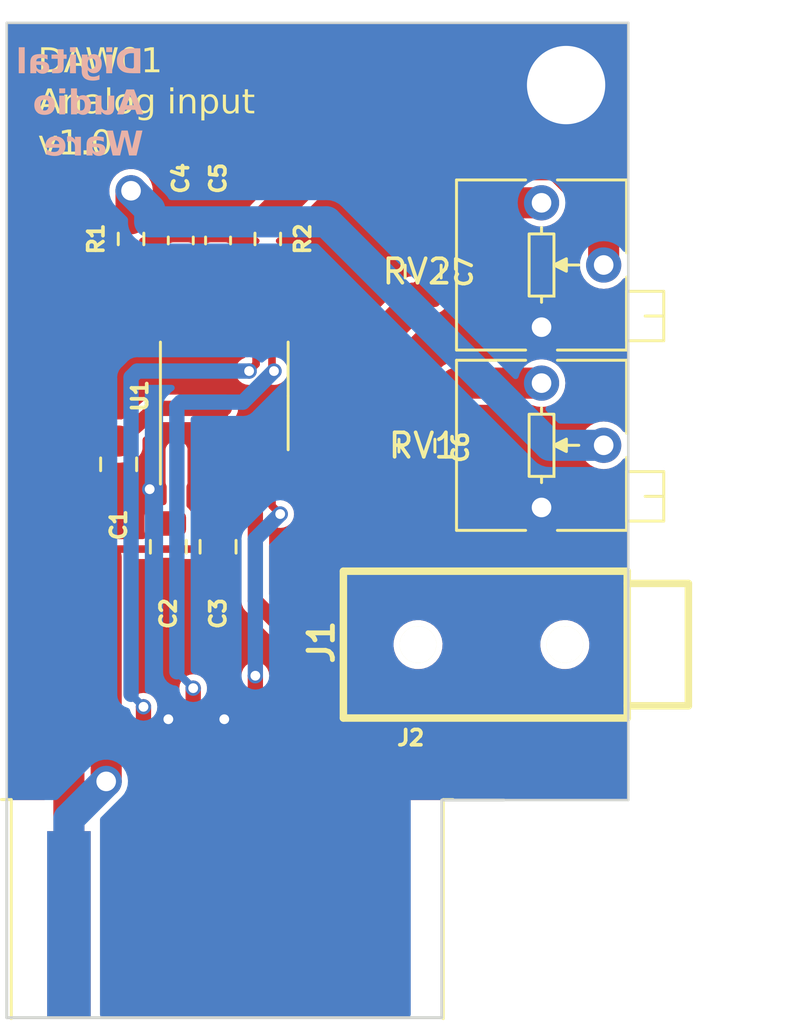
<source format=kicad_pcb>
(kicad_pcb (version 20221018) (generator pcbnew)
  (layers (0 "F.Cu" signal) (31 "B.Cu" signal) (34 "B.Paste" user) (35 "F.Paste" user) (36 "B.SilkS" user "B.Silkscreen") (37 "F.SilkS" user "F.Silkscreen") (38 "B.Mask" user) (39 "F.Mask" user) (44 "Edge.Cuts" user))
  (net 0 "")
  (net 1 "+3V3")
  (net 2 "GND")
  (net 3 "Net-(U1-VREF)")
  (net 4 "+5V")
  (net 5 "Net-(U1-VinR)")
  (net 6 "Net-(U1-VinL)")
  (net 7 "Net-(J1-Pin_3)")
  (net 8 "Net-(C6-Pad2)")
  (net 9 "Net-(C7-Pad1)")
  (net 10 "Net-(J1-Pin_2)")
  (net 11 "MCLK")
  (net 12 "Net-(R1-Pad2)")
  (net 13 "Net-(R2-Pad1)")
  (net 14 "LRCKIN0")
  (net 15 "BCLKIN0")
  (net 16 "SDATAIN0")
  (footprint "Capacitor_SMD:C_0805_2012Metric" (layer "F.Cu") (at 136.652 39.624 -90)
    (property "Value" "2.2uF")
    (fp_text reference "C1" (at 2.474 0 90) (layer "F.SilkS") (effects (font (size 0.625 0.625))))
    (fp_text value "CAP_2.2uF_25V_X7R_0805" hide)
    (fp_line (start -0.261252 -0.735) (end 0.261252 -0.735) (stroke (width 0.12)) (layer "F.SilkS"))
    (fp_line (start -0.261252 0.735) (end 0.261252 0.735) (stroke (width 0.12)) (layer "F.SilkS"))
    (pad "1" smd roundrect (at -0.95 0 270) (size 1 1.45) (layers "F.Cu" "F.Paste" "F.Mask") (net 1 "+3V3"))
    (pad "2" smd roundrect (at 0.95 0 270) (size 1 1.45) (layers "F.Cu" "F.Paste" "F.Mask") (net 2 "GND"))
  )
  (footprint "Capacitor_SMD:C_0805_2012Metric" (layer "F.Cu") (at 149.098 31.75 -90)
    (property "Value" "2.2uF")
    (fp_text reference "C7" (at 0 -1.68 90) (layer "F.SilkS") (effects (font (size 0.625 0.625))))
    (fp_text value "CAP_2.2uF_25V_X7R_0805" hide)
    (fp_line (start -0.261252 -0.735) (end 0.261252 -0.735) (stroke (width 0.12)) (layer "F.SilkS"))
    (fp_line (start -0.261252 0.735) (end 0.261252 0.735) (stroke (width 0.12)) (layer "F.SilkS"))
    (pad "1" smd roundrect (at -0.95 0 270) (size 1 1.45) (layers "F.Cu" "F.Paste" "F.Mask") (net 9 "Net-(C7-Pad1)"))
    (pad "2" smd roundrect (at 0.95 0 270) (size 1 1.45) (layers "F.Cu" "F.Paste" "F.Mask") (net 10 "Net-(J1-Pin_2)"))
  )
  (footprint "Resistor_SMD:R_0603_1608Metric" (layer "F.Cu") (at 142.748 30.417 -90)
    (property "Value" "470")
    (fp_text reference "R2" (at 0 -1.43 90) (layer "F.SilkS") (effects (font (size 0.625 0.625))))
    (fp_text value "RES_0K47_1%_0.125W_Thick_0603" hide)
    (fp_line (start -0.237258 -0.5225) (end 0.237258 -0.5225) (stroke (width 0.12)) (layer "F.SilkS"))
    (fp_line (start -0.237258 0.5225) (end 0.237258 0.5225) (stroke (width 0.12)) (layer "F.SilkS"))
    (pad "1" smd roundrect (at -0.825 0 270) (size 0.8 0.95) (layers "F.Cu" "F.Paste" "F.Mask") (net 13 "Net-(R2-Pad1)"))
    (pad "2" smd roundrect (at 0.825 0 270) (size 0.8 0.95) (layers "F.Cu" "F.Paste" "F.Mask") (net 6 "Net-(U1-VinL)"))
  )
  (footprint "Resistor_SMD:R_0603_1608Metric" (layer "F.Cu") (at 137.16 30.417 90)
    (property "Value" "470")
    (fp_text reference "R1" (at 0 -1.43 90) (layer "F.SilkS") (effects (font (size 0.625 0.625))))
    (fp_text value "RES_0K47_1%_0.125W_Thick_0603" hide)
    (fp_line (start -0.237258 -0.5225) (end 0.237258 -0.5225) (stroke (width 0.12)) (layer "F.SilkS"))
    (fp_line (start -0.237258 0.5225) (end 0.237258 0.5225) (stroke (width 0.12)) (layer "F.SilkS"))
    (pad "1" smd roundrect (at -0.825 0 90) (size 0.8 0.95) (layers "F.Cu" "F.Paste" "F.Mask") (net 5 "Net-(U1-VinR)"))
    (pad "2" smd roundrect (at 0.825 0 90) (size 0.8 0.95) (layers "F.Cu" "F.Paste" "F.Mask") (net 12 "Net-(R1-Pad2)"))
  )
  (footprint "Capacitor_SMD:C_0603_1608Metric" (layer "F.Cu") (at 140.716 30.48 -90)
    (property "Value" "2n2")
    (fp_text reference "C5" (at -2.54 0 90) (layer "F.SilkS") (effects (font (size 0.625 0.625))))
    (fp_text value "CAP_2n2_25V_X7R_0603" hide)
    (fp_line (start -0.14058 -0.51) (end 0.14058 -0.51) (stroke (width 0.12)) (layer "F.SilkS"))
    (fp_line (start -0.14058 0.51) (end 0.14058 0.51) (stroke (width 0.12)) (layer "F.SilkS"))
    (pad "1" smd roundrect (at -0.775 0 270) (size 0.9 0.95) (layers "F.Cu" "F.Paste" "F.Mask") (net 2 "GND"))
    (pad "2" smd roundrect (at 0.775 0 270) (size 0.9 0.95) (layers "F.Cu" "F.Paste" "F.Mask") (net 6 "Net-(U1-VinL)"))
  )
  (footprint "Capacitor_SMD:C_0603_1608Metric" (layer "F.Cu") (at 139.192 30.48 -90)
    (property "Value" "2n2")
    (fp_text reference "C4" (at -2.54 0 90) (layer "F.SilkS") (effects (font (size 0.625 0.625))))
    (fp_text value "CAP_2n2_25V_X7R_0603" hide)
    (fp_line (start -0.14058 -0.51) (end 0.14058 -0.51) (stroke (width 0.12)) (layer "F.SilkS"))
    (fp_line (start -0.14058 0.51) (end 0.14058 0.51) (stroke (width 0.12)) (layer "F.SilkS"))
    (pad "1" smd roundrect (at -0.775 0 270) (size 0.9 0.95) (layers "F.Cu" "F.Paste" "F.Mask") (net 2 "GND"))
    (pad "2" smd roundrect (at 0.775 0 270) (size 0.9 0.95) (layers "F.Cu" "F.Paste" "F.Mask") (net 5 "Net-(U1-VinR)"))
  )
  (footprint "Package_SO:TSSOP-14_4.4x5mm_P0.65mm" (layer "F.Cu") (at 140.97 36.83 90)
    (fp_text reference "U1" (at 0 -3.45 90) (layer "F.SilkS") (effects (font (size 0.625 0.625))))
    (fp_text value "PCM1808" hide)
    (fp_line (start 0 -2.61) (end -3.6 -2.61) (stroke (width 0.12)) (layer "F.SilkS"))
    (fp_line (start 0 -2.61) (end 2.2 -2.61) (stroke (width 0.12)) (layer "F.SilkS"))
    (fp_line (start 0 2.61) (end -2.2 2.61) (stroke (width 0.12)) (layer "F.SilkS"))
    (fp_line (start 0 2.61) (end 2.2 2.61) (stroke (width 0.12)) (layer "F.SilkS"))
    (pad "1" smd roundrect (at -2.8625 -1.95 90) (size 1.475 0.4) (layers "F.Cu" "F.Paste" "F.Mask") (net 3 "Net-(U1-VREF)"))
    (pad "2" smd roundrect (at -2.8625 -1.3 90) (size 1.475 0.4) (layers "F.Cu" "F.Paste" "F.Mask") (net 2 "GND"))
    (pad "3" smd roundrect (at -2.8625 -0.65 90) (size 1.475 0.4) (layers "F.Cu" "F.Paste" "F.Mask") (net 4 "+5V"))
    (pad "4" smd roundrect (at -2.8625 0 90) (size 1.475 0.4) (layers "F.Cu" "F.Paste" "F.Mask") (net 1 "+3V3"))
    (pad "5" smd roundrect (at -2.8625 0.65 90) (size 1.475 0.4) (layers "F.Cu" "F.Paste" "F.Mask") (net 2 "GND"))
    (pad "6" smd roundrect (at -2.8625 1.3 90) (size 1.475 0.4) (layers "F.Cu" "F.Paste" "F.Mask") (net 11 "MCLK"))
    (pad "7" smd roundrect (at -2.8625 1.95 90) (size 1.475 0.4) (layers "F.Cu" "F.Paste" "F.Mask") (net 14 "LRCKIN0"))
    (pad "8" smd roundrect (at 2.8625 1.95 90) (size 1.475 0.4) (layers "F.Cu" "F.Paste" "F.Mask") (net 15 "BCLKIN0"))
    (pad "9" smd roundrect (at 2.8625 1.3 90) (size 1.475 0.4) (layers "F.Cu" "F.Paste" "F.Mask") (net 16 "SDATAIN0"))
    (pad "10" smd roundrect (at 2.8625 0.65 90) (size 1.475 0.4) (layers "F.Cu" "F.Paste" "F.Mask") (net 2 "GND"))
    (pad "11" smd roundrect (at 2.8625 0 90) (size 1.475 0.4) (layers "F.Cu" "F.Paste" "F.Mask") (net 2 "GND"))
    (pad "12" smd roundrect (at 2.8625 -0.65 90) (size 1.475 0.4) (layers "F.Cu" "F.Paste" "F.Mask") (net 2 "GND"))
    (pad "13" smd roundrect (at 2.8625 -1.3 90) (size 1.475 0.4) (layers "F.Cu" "F.Paste" "F.Mask") (net 6 "Net-(U1-VinL)"))
    (pad "14" smd roundrect (at 2.8625 -1.95 90) (size 1.475 0.4) (layers "F.Cu" "F.Paste" "F.Mask") (net 5 "Net-(U1-VinR)"))
  )
  (footprint "PCM_Potentiometer_THT_AKL:Potentiometer_Bourns_3266P_Horizontal" (layer "F.Cu") (at 153.936 34.021 180)
    (fp_text reference "RV2" (at 5.092 2.271) (layer "F.SilkS"))
    (fp_text value "10k" hide)
    (fp_line (start -4.995 -0.555) (end -4.995 1.465) (stroke (width 0.12)) (layer "F.SilkS"))
    (fp_line (start -4.995 -0.555) (end -3.476 -0.555) (stroke (width 0.12)) (layer "F.SilkS"))
    (fp_line (start -4.995 0.455) (end -4.236 0.455) (stroke (width 0.12)) (layer "F.SilkS"))
    (fp_line (start -4.995 1.465) (end -3.476 1.465) (stroke (width 0.12)) (layer "F.SilkS"))
    (fp_line (start -3.476 -0.555) (end -3.476 1.465) (stroke (width 0.12)) (layer "F.SilkS"))
    (fp_line (start -3.475 -0.935) (end -3.475 2.045) (stroke (width 0.12)) (layer "F.SilkS"))
    (fp_line (start -3.475 -0.935) (end -0.649 -0.935) (stroke (width 0.12)) (layer "F.SilkS"))
    (fp_line (start -3.475 3.036) (end -3.475 6.015) (stroke (width 0.12)) (layer "F.SilkS"))
    (fp_line (start -3.475 6.015) (end -0.649 6.015) (stroke (width 0.12)) (layer "F.SilkS"))
    (fp_line (start -1.524 2.54) (end -0.508 2.54) (stroke (width 0.12)) (layer "F.SilkS"))
    (fp_line (start 0 1.27) (end 0 1.016) (stroke (width 0.12)) (layer "F.SilkS"))
    (fp_line (start 0 3.81) (end 0 4.064) (stroke (width 0.12)) (layer "F.SilkS"))
    (fp_line (start 0.65 -0.935) (end 3.475 -0.935) (stroke (width 0.12)) (layer "F.SilkS"))
    (fp_line (start 0.65 6.015) (end 3.475 6.015) (stroke (width 0.12)) (layer "F.SilkS"))
    (fp_line (start 3.475 -0.935) (end 3.475 6.015) (stroke (width 0.12)) (layer "F.SilkS"))
    (fp_rect (start -0.508 1.27) (end 0.508 3.81) (stroke (width 0.12)) (fill none) (layer "F.SilkS"))
    (fp_poly (pts (xy -0.508 2.54) (xy -1.016 2.794) (xy -1.016 2.286)) (stroke (width 0.12)) (fill solid) (layer "F.SilkS"))
    (pad "1" thru_hole circle (at 0 0 180) (size 1.44 1.44) (drill 0.8) (layers "*.Cu" "*.Mask") (net 2 "GND"))
    (pad "2" thru_hole circle (at -2.54 2.54 180) (size 1.44 1.44) (drill 0.8) (layers "*.Cu" "*.Mask") (net 13 "Net-(R2-Pad1)"))
    (pad "3" thru_hole circle (at 0 5.08 180) (size 1.44 1.44) (drill 0.8) (layers "*.Cu" "*.Mask") (net 9 "Net-(C7-Pad1)"))
  )
  (footprint "Capacitor_SMD:C_0805_2012Metric" (layer "F.Cu") (at 138.684 42.992 -90)
    (property "Value" "2.2uF")
    (fp_text reference "C2" (at 2.728 0 90) (layer "F.SilkS") (effects (font (size 0.625 0.625))))
    (fp_text value "CAP_2.2uF_25V_X7R_0805" hide)
    (fp_line (start -0.261252 -0.735) (end 0.261252 -0.735) (stroke (width 0.12)) (layer "F.SilkS"))
    (fp_line (start -0.261252 0.735) (end 0.261252 0.735) (stroke (width 0.12)) (layer "F.SilkS"))
    (pad "1" smd roundrect (at -0.95 0 270) (size 1 1.45) (layers "F.Cu" "F.Paste" "F.Mask") (net 3 "Net-(U1-VREF)"))
    (pad "2" smd roundrect (at 0.95 0 270) (size 1 1.45) (layers "F.Cu" "F.Paste" "F.Mask") (net 2 "GND"))
  )
  (footprint "00-mylib:EDGE-2x6-2.54" (layer "F.Cu") (at 140.97 58.42)
    (fp_text reference "J2" (at 7.62 -7.62) (layer "F.SilkS") (effects (font (size 0.625 0.625))))
    (fp_text value "Conn_01x06_Male" hide)
    (fp_line (start -8.706 -5.1) (end -9.106 -5.1) (stroke (width 0.12)) (layer "F.SilkS"))
    (fp_line (start -8.706 3.85) (end -8.706 -5.1) (stroke (width 0.12)) (layer "F.SilkS"))
    (fp_line (start 8.95 -5.1) (end 9.35 -5.1) (stroke (width 0.12)) (layer "F.SilkS"))
    (fp_line (start 8.95 3.85) (end 8.95 -5.1) (stroke (width 0.12)) (layer "F.SilkS"))
    (fp_line (start -8.89 -5.08) (end -8.89 3.81) (stroke (width 0.12)) (layer "Edge.Cuts"))
    (fp_line (start -8.89 3.81) (end 8.89 3.81) (stroke (width 0.12)) (layer "Edge.Cuts"))
    (fp_line (start 8.89 -5.08) (end 11.43 -5.08) (stroke (width 0.12)) (layer "Edge.Cuts"))
    (fp_line (start 8.89 3.81) (end 8.89 -5.08) (stroke (width 0.12)) (layer "Edge.Cuts"))
    (pad "1" connect rect (at 6.35 0) (size 1.78 7.62) (layers "F.Cu" "F.Mask") (net 2 "GND"))
    (pad "2" connect rect (at 6.35 0) (size 1.78 7.62) (layers "B.Cu" "B.Mask") (net 2 "GND"))
    (pad "3" connect rect (at 3.81 0) (size 1.78 7.62) (layers "F.Cu" "F.Mask") (net 11 "MCLK"))
    (pad "4" connect rect (at 3.81 0) (size 1.78 7.62) (layers "B.Cu" "B.Mask") (net 2 "GND"))
    (pad "5" connect rect (at 1.27 0) (size 1.78 7.62) (layers "F.Cu" "F.Mask") (net 14 "LRCKIN0"))
    (pad "6" connect rect (at 1.27 0) (size 1.78 7.62) (layers "B.Cu" "B.Mask") (net 2 "GND"))
    (pad "7" connect rect (at -1.27 0) (size 1.78 7.62) (layers "F.Cu" "F.Mask") (net 15 "BCLKIN0"))
    (pad "8" connect rect (at -1.27 0) (size 1.78 7.62) (layers "B.Cu" "B.Mask") (net 2 "GND"))
    (pad "9" connect rect (at -3.81 0) (size 1.78 7.62) (layers "F.Cu" "F.Mask") (net 16 "SDATAIN0"))
    (pad "10" connect rect (at -3.81 0) (size 1.78 7.62) (layers "B.Cu" "B.Mask") (net 2 "GND"))
    (pad "11" connect rect (at -6.35 0) (size 1.78 7.62) (layers "F.Cu" "F.Mask") (net 1 "+3V3"))
    (pad "12" connect rect (at -6.35 0) (size 1.78 7.62) (layers "B.Cu" "B.Mask") (net 4 "+5V"))
  )
  (footprint "Capacitor_SMD:C_0805_2012Metric" (layer "F.Cu") (at 148.844 38.862 90)
    (property "Value" "2.2uF")
    (fp_text reference "C6" (at -0.066 1.778 90) (layer "F.SilkS") (effects (font (size 0.625 0.625))))
    (fp_text value "CAP_2.2uF_25V_X7R_0805" hide)
    (fp_line (start -0.261252 -0.735) (end 0.261252 -0.735) (stroke (width 0.12)) (layer "F.SilkS"))
    (fp_line (start -0.261252 0.735) (end 0.261252 0.735) (stroke (width 0.12)) (layer "F.SilkS"))
    (pad "1" smd roundrect (at -0.95 0 90) (size 1 1.45) (layers "F.Cu" "F.Paste" "F.Mask") (net 7 "Net-(J1-Pin_3)"))
    (pad "2" smd roundrect (at 0.95 0 90) (size 1 1.45) (layers "F.Cu" "F.Paste" "F.Mask") (net 8 "Net-(C6-Pad2)"))
  )
  (footprint "MountingHole:MountingHole_3.2mm_M3" (layer "F.Cu") (at 154.94 24.13)
    (fp_text reference "REF**" hide)
    (fp_text value "MountingHole_3.2mm_M3")
    (pad "" np_thru_hole circle (at 0 0) (size 3.2 3.2) (drill 3.2) (layers "*.Cu" "*.Mask"))
  )
  (footprint "PCM_Potentiometer_THT_AKL:Potentiometer_Bourns_3266P_Horizontal" (layer "F.Cu") (at 153.936 41.387 180)
    (fp_text reference "RV1" (at 4.838 2.525) (layer "F.SilkS"))
    (fp_text value "10k" hide)
    (fp_line (start -4.995 -0.555) (end -4.995 1.465) (stroke (width 0.12)) (layer "F.SilkS"))
    (fp_line (start -4.995 -0.555) (end -3.476 -0.555) (stroke (width 0.12)) (layer "F.SilkS"))
    (fp_line (start -4.995 0.455) (end -4.236 0.455) (stroke (width 0.12)) (layer "F.SilkS"))
    (fp_line (start -4.995 1.465) (end -3.476 1.465) (stroke (width 0.12)) (layer "F.SilkS"))
    (fp_line (start -3.476 -0.555) (end -3.476 1.465) (stroke (width 0.12)) (layer "F.SilkS"))
    (fp_line (start -3.475 -0.935) (end -3.475 2.045) (stroke (width 0.12)) (layer "F.SilkS"))
    (fp_line (start -3.475 -0.935) (end -0.649 -0.935) (stroke (width 0.12)) (layer "F.SilkS"))
    (fp_line (start -3.475 3.036) (end -3.475 6.015) (stroke (width 0.12)) (layer "F.SilkS"))
    (fp_line (start -3.475 6.015) (end -0.649 6.015) (stroke (width 0.12)) (layer "F.SilkS"))
    (fp_line (start -1.524 2.54) (end -0.508 2.54) (stroke (width 0.12)) (layer "F.SilkS"))
    (fp_line (start 0 1.27) (end 0 1.016) (stroke (width 0.12)) (layer "F.SilkS"))
    (fp_line (start 0 3.81) (end 0 4.064) (stroke (width 0.12)) (layer "F.SilkS"))
    (fp_line (start 0.65 -0.935) (end 3.475 -0.935) (stroke (width 0.12)) (layer "F.SilkS"))
    (fp_line (start 0.65 6.015) (end 3.475 6.015) (stroke (width 0.12)) (layer "F.SilkS"))
    (fp_line (start 3.475 -0.935) (end 3.475 6.015) (stroke (width 0.12)) (layer "F.SilkS"))
    (fp_rect (start -0.508 1.27) (end 0.508 3.81) (stroke (width 0.12)) (fill none) (layer "F.SilkS"))
    (fp_poly (pts (xy -0.508 2.54) (xy -1.016 2.794) (xy -1.016 2.286)) (stroke (width 0.12)) (fill solid) (layer "F.SilkS"))
    (pad "1" thru_hole circle (at 0 0 180) (size 1.44 1.44) (drill 0.8) (layers "*.Cu" "*.Mask") (net 2 "GND"))
    (pad "2" thru_hole circle (at -2.54 2.54 180) (size 1.44 1.44) (drill 0.8) (layers "*.Cu" "*.Mask") (net 12 "Net-(R1-Pad2)"))
    (pad "3" thru_hole circle (at 0 5.08 180) (size 1.44 1.44) (drill 0.8) (layers "*.Cu" "*.Mask") (net 8 "Net-(C6-Pad2)"))
  )
  (footprint "Capacitor_SMD:C_0805_2012Metric" (layer "F.Cu") (at 140.716 42.992 -90)
    (property "Value" "2.2uF")
    (fp_text reference "C3" (at 2.728 0 90) (layer "F.SilkS") (effects (font (size 0.625 0.625))))
    (fp_text value "CAP_2.2uF_25V_X7R_0805" hide)
    (fp_line (start -0.261252 -0.735) (end 0.261252 -0.735) (stroke (width 0.12)) (layer "F.SilkS"))
    (fp_line (start -0.261252 0.735) (end 0.261252 0.735) (stroke (width 0.12)) (layer "F.SilkS"))
    (pad "1" smd roundrect (at -0.95 0 270) (size 1 1.45) (layers "F.Cu" "F.Paste" "F.Mask") (net 4 "+5V"))
    (pad "2" smd roundrect (at 0.95 0 270) (size 1 1.45) (layers "F.Cu" "F.Paste" "F.Mask") (net 2 "GND"))
  )
  (footprint "w_conn_av:jack_3.5_pj313d-smt" (layer "F.Cu") (at 151.638 46.99 90)
    (fp_text reference "J1" (at 0.1 -6.7 90) (layer "F.SilkS") (effects (font (size 0.99822 0.99822) (thickness 0.19812))))
    (fp_text value "Conn_01x03_Male" hide)
    (fp_line (start -3 -5.8) (end -3 5.8) (stroke (width 0.3048)) (layer "F.SilkS"))
    (fp_line (start -3 -5.8) (end 3 -5.8) (stroke (width 0.3048)) (layer "F.SilkS"))
    (fp_line (start -3 5.8) (end 3 5.8) (stroke (width 0.3048)) (layer "F.SilkS"))
    (fp_line (start -2.5 5.8) (end -2.5 8.3) (stroke (width 0.3048)) (layer "F.SilkS"))
    (fp_line (start -2.5 8.3) (end 2.5 8.3) (stroke (width 0.3048)) (layer "F.SilkS"))
    (fp_line (start 2.5 5.8) (end 2.5 8.3) (stroke (width 0.3048)) (layer "F.SilkS"))
    (fp_line (start 3 -5.8) (end 3 5.8) (stroke (width 0.3048)) (layer "F.SilkS"))
    (pad "" np_thru_hole circle (at 0 -2.75 90) (size 1.5 1.5) (drill 1.5) (layers "*.Cu" "*.Mask" "F.SilkS"))
    (pad "" np_thru_hole circle (at 0 3.25 90) (size 1.5 1.5) (drill 1.5) (layers "*.Cu" "*.Mask" "F.SilkS"))
    (pad "1" smd rect (at -3.3 3.95 90) (size 1.5 1.5) (layers "F.Cu" "F.Paste" "F.Mask") (net 2 "GND"))
    (pad "1" smd rect (at 3.3 3.95 90) (size 1.5 1.5) (layers "F.Cu" "F.Paste" "F.Mask") (net 2 "GND"))
    (pad "2" smd rect (at -3.3 -2.75 90) (size 1.5 1.5) (layers "F.Cu" "F.Paste" "F.Mask") (net 10 "Net-(J1-Pin_2)"))
    (pad "2" smd rect (at 3.3 -2.75 90) (size 1.5 1.5) (layers "F.Cu" "F.Paste" "F.Mask") (net 10 "Net-(J1-Pin_2)"))
    (pad "3" smd rect (at -3.3 0.75 90) (size 1.5 1.5) (layers "F.Cu" "F.Paste" "F.Mask") (net 7 "Net-(J1-Pin_3)"))
    (pad "3" smd rect (at 3.3 0.75 90) (size 1.5 1.5) (layers "F.Cu" "F.Paste" "F.Mask") (net 7 "Net-(J1-Pin_3)"))
  )
  (gr_line (start 132.08 21.59) (end 157.48 21.59) (stroke (width 0.1)) (layer "Edge.Cuts"))
  (gr_line (start 157.48 21.59) (end 157.48 53.34) (stroke (width 0.1)) (layer "Edge.Cuts"))
  (gr_line (start 152.4 53.34) (end 157.48 53.34) (stroke (width 0.1)) (layer "Edge.Cuts"))
  (gr_line (start 132.08 53.34) (end 132.08 21.59) (stroke (width 0.1)) (layer "Edge.Cuts"))
  (gr_text "Digital\nAudio\nWare" (at 137.668 27.178) (layer "B.SilkS") (effects (font (size 1 1) (thickness 0.2) bold) (justify left bottom mirror)))
  (gr_text "DAW01\nAnalog input\nv1.0" (at 133.35 22.606) (layer "F.SilkS") (effects (font (size 1 1)) (justify left top)))
  (segment (start 140.97 37.338) (end 138.176 37.338) (width 0.625) (layer "F.Cu") (net 1))
  (segment (start 138.176 37.338) (end 136.652 38.674) (width 0.625) (layer "F.Cu") (net 1))
  (segment (start 140.97 39.6925) (end 140.97 37.338) (width 0.31) (layer "F.Cu") (net 1))
  (segment (start 134.62 39.116) (end 135.062 38.674) (width 1.27) (layer "F.Cu") (net 1))
  (segment (start 134.62 58.42) (end 134.62 39.116) (width 1.27) (layer "F.Cu") (net 1))
  (segment (start 135.062 38.674) (end 136.652 38.674) (width 1.27) (layer "F.Cu") (net 1))
  (segment (start 139.67 39.6925) (end 139.67 38.384) (width 0.31) (layer "F.Cu") (net 2))
  (segment (start 141.62 39.6925) (end 141.62 38.466) (width 0.31) (layer "F.Cu") (net 2))
  (segment (start 141.62 38.466) (end 141.732 38.354) (width 0.31) (layer "F.Cu") (net 2))
  (segment (start 147.32 58.42) (end 147.32 52.07) (width 1.27) (layer "F.Cu") (net 2))
  (segment (start 139.67 38.384) (end 139.7 38.354) (width 0.31) (layer "F.Cu") (net 2))
  (via (at 137.922 40.64) (size 0.625) (drill 0.4) (layers "F.Cu" "B.Cu") (net 2))
  (via (at 138.684 50.038) (size 0.625) (drill 0.4) (layers "F.Cu" "B.Cu") (net 2))
  (via (at 140.97 50.038) (size 0.625) (drill 0.4) (layers "F.Cu" "B.Cu") (net 2))
  (segment (start 139.02 39.6925) (end 139.02 41.706) (width 0.31) (layer "F.Cu") (net 3))
  (segment (start 139.02 41.706) (end 138.684 42.042) (width 0.31) (layer "F.Cu") (net 3))
  (segment (start 140.716 42.042) (end 139.671 43.087) (width 0.31) (layer "F.Cu") (net 4))
  (segment (start 136.491 43.087) (end 136.144 43.434) (width 0.31) (layer "F.Cu") (net 4))
  (segment (start 136.144 52.578) (end 136.144 43.434) (width 1.27) (layer "F.Cu") (net 4))
  (segment (start 140.716 42.042) (end 140.716 40.895301) (width 0.31) (layer "F.Cu") (net 4))
  (segment (start 139.671 43.087) (end 136.491 43.087) (width 0.31) (layer "F.Cu") (net 4))
  (segment (start 140.32 40.499301) (end 140.32 39.6925) (width 0.31) (layer "F.Cu") (net 4))
  (segment (start 140.716 40.895301) (end 140.32 40.499301) (width 0.31) (layer "F.Cu") (net 4))
  (via (at 136.144 52.578) (size 1.27) (drill 0.8) (layers "F.Cu" "B.Cu") (net 4))
  (segment (start 134.62 58.42) (end 134.62 54.102) (width 1.27) (layer "B.Cu") (net 4))
  (segment (start 134.62 54.102) (end 136.144 52.578) (width 1.27) (layer "B.Cu") (net 4))
  (segment (start 139.02 31.427) (end 139.192 31.255) (width 0.31) (layer "F.Cu") (net 5))
  (segment (start 139.02 33.9675) (end 139.02 31.427) (width 0.31) (layer "F.Cu") (net 5))
  (segment (start 139.179 31.242) (end 139.192 31.255) (width 0.625) (layer "F.Cu") (net 5))
  (segment (start 137.16 31.242) (end 139.179 31.242) (width 0.625) (layer "F.Cu") (net 5))
  (segment (start 142.735 31.255) (end 142.748 31.242) (width 0.625) (layer "F.Cu") (net 6))
  (segment (start 140.716 31.255) (end 142.735 31.255) (width 0.625) (layer "F.Cu") (net 6))
  (segment (start 139.67 32.301) (end 140.716 31.255) (width 0.31) (layer "F.Cu") (net 6))
  (segment (start 139.67 33.9675) (end 139.67 32.301) (width 0.31) (layer "F.Cu") (net 6))
  (segment (start 152.388 43.356) (end 148.844 39.812) (width 1.27) (layer "F.Cu") (net 7))
  (segment (start 152.388 50.29) (end 152.388 43.69) (width 1.27) (layer "F.Cu") (net 7))
  (segment (start 152.388 43.69) (end 152.388 43.356) (width 1.27) (layer "F.Cu") (net 7))
  (segment (start 150.434 36.322) (end 150.876 36.322) (width 1.27) (layer "F.Cu") (net 8))
  (segment (start 148.844 37.912) (end 150.434 36.322) (width 1.27) (layer "F.Cu") (net 8))
  (segment (start 150.876 36.322) (end 150.891 36.307) (width 1.27) (layer "F.Cu") (net 8))
  (segment (start 150.891 36.307) (end 153.936 36.307) (width 1.27) (layer "F.Cu") (net 8))
  (segment (start 153.936 28.941) (end 150.957 28.941) (width 1.27) (layer "F.Cu") (net 9))
  (segment (start 150.957 28.941) (end 149.098 30.8) (width 1.27) (layer "F.Cu") (net 9))
  (segment (start 148.888 43.69) (end 145.034 39.836) (width 1.27) (layer "F.Cu") (net 10))
  (segment (start 145.034 36.764) (end 149.098 32.7) (width 1.27) (layer "F.Cu") (net 10))
  (segment (start 146.558 46.02) (end 148.888 43.69) (width 1.27) (layer "F.Cu") (net 10))
  (segment (start 148.888 50.29) (end 146.558 47.96) (width 1.27) (layer "F.Cu") (net 10))
  (segment (start 146.558 47.96) (end 146.558 46.02) (width 1.27) (layer "F.Cu") (net 10))
  (segment (start 145.034 39.836) (end 145.034 36.764) (width 1.27) (layer "F.Cu") (net 10))
  (segment (start 142.24 45.212) (end 142.24 41.148) (width 0.625) (layer "F.Cu") (net 11))
  (segment (start 144.78 58.42) (end 144.78 47.752) (width 0.625) (layer "F.Cu") (net 11))
  (segment (start 144.78 47.752) (end 142.24 45.212) (width 0.625) (layer "F.Cu") (net 11))
  (segment (start 142.27 39.6925) (end 142.27 41.118) (width 0.31) (layer "F.Cu") (net 11))
  (segment (start 142.27 41.118) (end 142.24 41.148) (width 0.31) (layer "F.Cu") (net 11))
  (segment (start 137.16 28.448) (end 137.16 29.592) (width 1.27) (layer "F.Cu") (net 12))
  (via (at 137.16 28.448) (size 1.27) (drill 0.8) (layers "F.Cu" "B.Cu") (net 12))
  (segment (start 154.276897 38.847) (end 145.147897 29.718) (width 1.27) (layer "B.Cu") (net 12))
  (segment (start 137.922 29.21) (end 137.16 28.448) (width 1.27) (layer "B.Cu") (net 12))
  (segment (start 145.147897 29.718) (end 137.922 29.718) (width 1.27) (layer "B.Cu") (net 12))
  (segment (start 137.922 29.718) (end 137.922 29.21) (width 1.27) (layer "B.Cu") (net 12))
  (segment (start 156.476 38.847) (end 154.276897 38.847) (width 1.27) (layer "B.Cu") (net 12))
  (segment (start 156.476 29.281897) (end 154.580103 27.386) (width 1.27) (layer "F.Cu") (net 13))
  (segment (start 144.954 27.386) (end 142.748 29.592) (width 1.27) (layer "F.Cu") (net 13))
  (segment (start 154.580103 27.386) (end 144.954 27.386) (width 1.27) (layer "F.Cu") (net 13))
  (segment (start 156.476 31.481) (end 156.476 29.281897) (width 1.27) (layer "F.Cu") (net 13))
  (segment (start 142.92 39.6925) (end 142.92 41.32) (width 0.31) (layer "F.Cu") (net 14))
  (segment (start 142.92 41.32) (end 143.256 41.656) (width 0.31) (layer "F.Cu") (net 14))
  (segment (start 142.24 48.26) (end 142.24 58.42) (width 0.625) (layer "F.Cu") (net 14))
  (via (at 143.256 41.656) (size 0.625) (drill 0.4) (layers "F.Cu" "B.Cu") (net 14))
  (via (at 142.24 48.26) (size 0.625) (drill 0.4) (layers "F.Cu" "B.Cu") (net 14))
  (segment (start 142.24 42.672) (end 142.24 48.26) (width 0.625) (layer "B.Cu") (net 14))
  (segment (start 143.256 41.656) (end 142.24 42.672) (width 0.625) (layer "B.Cu") (net 14))
  (segment (start 142.92 35.732) (end 143.002 35.814) (width 0.31) (layer "F.Cu") (net 15))
  (segment (start 142.92 33.9675) (end 142.92 35.732) (width 0.31) (layer "F.Cu") (net 15))
  (segment (start 139.7 48.768) (end 139.7 58.42) (width 0.625) (layer "F.Cu") (net 15))
  (via (at 139.7 48.768) (size 0.625) (drill 0.4) (layers "F.Cu" "B.Cu") (net 15))
  (via (at 143.002 35.814) (size 0.625) (drill 0.4) (layers "F.Cu" "B.Cu") (net 15))
  (segment (start 139.192 37.084) (end 139.0325 37.2435) (width 0.625) (layer "B.Cu") (net 15))
  (segment (start 141.732 37.084) (end 139.192 37.084) (width 0.625) (layer "B.Cu") (net 15))
  (segment (start 139.0325 48.1005) (end 139.7 48.768) (width 0.31) (layer "B.Cu") (net 15))
  (segment (start 139.0325 37.2435) (end 139.0325 48.1005) (width 0.625) (layer "B.Cu") (net 15))
  (segment (start 143.002 35.814) (end 141.732 37.084) (width 0.625) (layer "B.Cu") (net 15))
  (segment (start 142.27 33.9675) (end 142.27 35.53) (width 0.31) (layer "F.Cu") (net 16))
  (segment (start 137.668 49.53) (end 137.668 54.356) (width 0.625) (layer "F.Cu") (net 16))
  (segment (start 137.668 54.356) (end 137.16 54.864) (width 0.31) (layer "F.Cu") (net 16))
  (segment (start 137.16 54.864) (end 137.16 58.42) (width 0.31) (layer "F.Cu") (net 16))
  (segment (start 142.27 35.53) (end 141.986 35.814) (width 0.31) (layer "F.Cu") (net 16))
  (via (at 141.986 35.814) (size 0.625) (drill 0.4) (layers "F.Cu" "B.Cu") (net 16))
  (via (at 137.668 49.53) (size 0.625) (drill 0.4) (layers "F.Cu" "B.Cu") (net 16))
  (segment (start 137.414 35.814) (end 137.16 36.068) (width 0.625) (layer "B.Cu") (net 16))
  (segment (start 137.16 49.022) (end 137.668 49.53) (width 0.31) (layer "B.Cu") (net 16))
  (segment (start 137.16 36.068) (end 137.16 49.022) (width 0.625) (layer "B.Cu") (net 16))
  (segment (start 141.986 35.814) (end 137.414 35.814) (width 0.625) (layer "B.Cu") (net 16))
  (zone (net 2) (net_name "GND") (layer "F.Cu") (priority 1) (connect_pads yes (clearance 0.25)) (min_thickness 0.25) (fill yes (thermal_gap 0.5) (thermal_bridge_width 0.5))
    (polygon (pts (xy 132.08 21.59) (xy 157.48 21.59) (xy 157.48 53.34) (xy 132.08 53.34)))
  )
  (zone (net 2) (net_name "GND") (layer "B.Cu") (connect_pads yes (clearance 0.25)) (min_thickness 0.25) (fill yes (thermal_gap 0.5) (thermal_bridge_width 0.5))
    (polygon (pts (xy 132.08 21.59) (xy 157.48 21.59) (xy 157.48 53.34) (xy 148.59 53.34) (xy 148.59 62.23) (xy 135.89 62.23) (xy 135.89 53.34) (xy 132.08 53.34)))
  )
)
</source>
